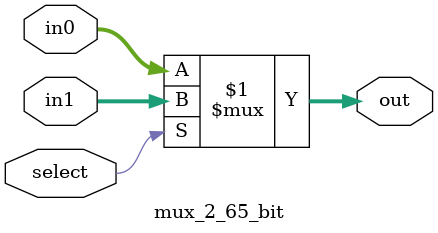
<source format=v>
module mux_2_65_bit(out, select, in0, in1);

	input select;
	input [64:0] in0, in1;
	output [64:0] out;
	assign out = select ? in1 : in0;

endmodule

</source>
